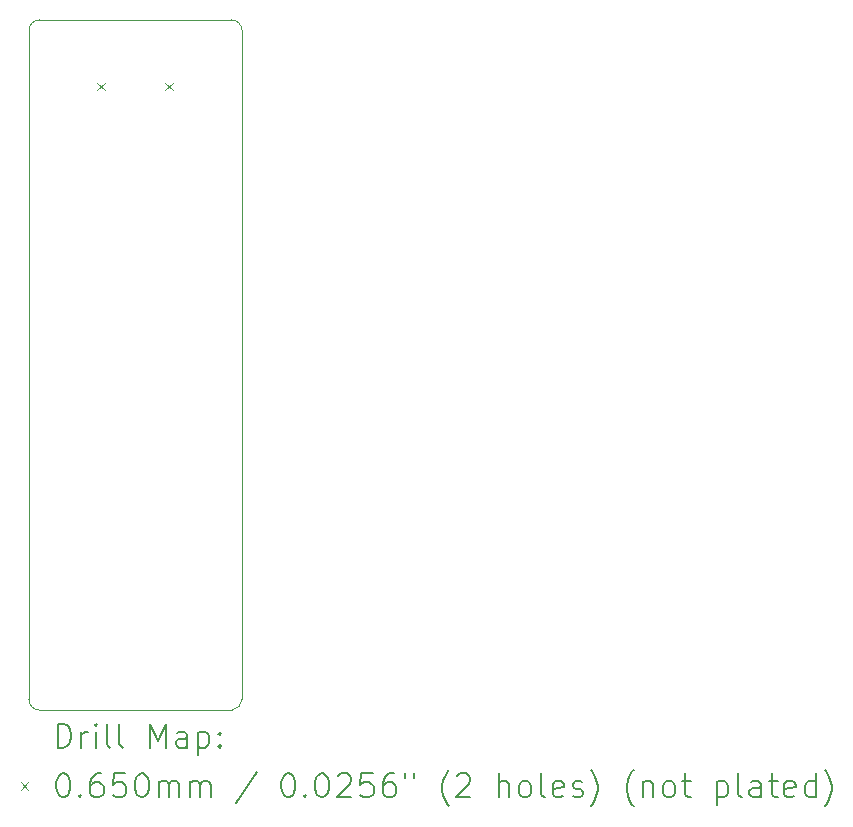
<source format=gbr>
%TF.GenerationSoftware,KiCad,Pcbnew,7.0.1*%
%TF.CreationDate,2023-08-15T21:07:47+02:00*%
%TF.ProjectId,ESP_PROG,4553505f-5052-44f4-972e-6b696361645f,rev?*%
%TF.SameCoordinates,Original*%
%TF.FileFunction,Drillmap*%
%TF.FilePolarity,Positive*%
%FSLAX45Y45*%
G04 Gerber Fmt 4.5, Leading zero omitted, Abs format (unit mm)*
G04 Created by KiCad (PCBNEW 7.0.1) date 2023-08-15 21:07:47*
%MOMM*%
%LPD*%
G01*
G04 APERTURE LIST*
%ADD10C,0.100000*%
%ADD11C,0.200000*%
%ADD12C,0.065000*%
G04 APERTURE END LIST*
D10*
X6096000Y-8649338D02*
G75*
G03*
X6176038Y-8560438I-9350J88898D01*
G01*
X6096000Y-8649338D02*
X4462862Y-8649976D01*
X4462862Y-2806702D02*
G75*
G03*
X4373962Y-2895600I-2J-88898D01*
G01*
X4462862Y-2806700D02*
X6087138Y-2806062D01*
X6176038Y-2894962D02*
G75*
G03*
X6087138Y-2806062I-88898J2D01*
G01*
X4373962Y-8560438D02*
X4373962Y-2895600D01*
X4373966Y-8560438D02*
G75*
G03*
X4462862Y-8649976I88894J-642D01*
G01*
X6176038Y-2894962D02*
X6176038Y-8560438D01*
D11*
D12*
X4949000Y-3339000D02*
X5014000Y-3404000D01*
X5014000Y-3339000D02*
X4949000Y-3404000D01*
X5527000Y-3339000D02*
X5592000Y-3404000D01*
X5592000Y-3339000D02*
X5527000Y-3404000D01*
D11*
X4616581Y-8967500D02*
X4616581Y-8767500D01*
X4616581Y-8767500D02*
X4664200Y-8767500D01*
X4664200Y-8767500D02*
X4692771Y-8777024D01*
X4692771Y-8777024D02*
X4711819Y-8796072D01*
X4711819Y-8796072D02*
X4721343Y-8815119D01*
X4721343Y-8815119D02*
X4730867Y-8853214D01*
X4730867Y-8853214D02*
X4730867Y-8881786D01*
X4730867Y-8881786D02*
X4721343Y-8919881D01*
X4721343Y-8919881D02*
X4711819Y-8938929D01*
X4711819Y-8938929D02*
X4692771Y-8957976D01*
X4692771Y-8957976D02*
X4664200Y-8967500D01*
X4664200Y-8967500D02*
X4616581Y-8967500D01*
X4816581Y-8967500D02*
X4816581Y-8834167D01*
X4816581Y-8872262D02*
X4826105Y-8853214D01*
X4826105Y-8853214D02*
X4835628Y-8843691D01*
X4835628Y-8843691D02*
X4854676Y-8834167D01*
X4854676Y-8834167D02*
X4873724Y-8834167D01*
X4940390Y-8967500D02*
X4940390Y-8834167D01*
X4940390Y-8767500D02*
X4930867Y-8777024D01*
X4930867Y-8777024D02*
X4940390Y-8786548D01*
X4940390Y-8786548D02*
X4949914Y-8777024D01*
X4949914Y-8777024D02*
X4940390Y-8767500D01*
X4940390Y-8767500D02*
X4940390Y-8786548D01*
X5064200Y-8967500D02*
X5045152Y-8957976D01*
X5045152Y-8957976D02*
X5035628Y-8938929D01*
X5035628Y-8938929D02*
X5035628Y-8767500D01*
X5168962Y-8967500D02*
X5149914Y-8957976D01*
X5149914Y-8957976D02*
X5140390Y-8938929D01*
X5140390Y-8938929D02*
X5140390Y-8767500D01*
X5397533Y-8967500D02*
X5397533Y-8767500D01*
X5397533Y-8767500D02*
X5464200Y-8910357D01*
X5464200Y-8910357D02*
X5530867Y-8767500D01*
X5530867Y-8767500D02*
X5530867Y-8967500D01*
X5711819Y-8967500D02*
X5711819Y-8862738D01*
X5711819Y-8862738D02*
X5702295Y-8843691D01*
X5702295Y-8843691D02*
X5683247Y-8834167D01*
X5683247Y-8834167D02*
X5645152Y-8834167D01*
X5645152Y-8834167D02*
X5626105Y-8843691D01*
X5711819Y-8957976D02*
X5692771Y-8967500D01*
X5692771Y-8967500D02*
X5645152Y-8967500D01*
X5645152Y-8967500D02*
X5626105Y-8957976D01*
X5626105Y-8957976D02*
X5616581Y-8938929D01*
X5616581Y-8938929D02*
X5616581Y-8919881D01*
X5616581Y-8919881D02*
X5626105Y-8900834D01*
X5626105Y-8900834D02*
X5645152Y-8891310D01*
X5645152Y-8891310D02*
X5692771Y-8891310D01*
X5692771Y-8891310D02*
X5711819Y-8881786D01*
X5807057Y-8834167D02*
X5807057Y-9034167D01*
X5807057Y-8843691D02*
X5826105Y-8834167D01*
X5826105Y-8834167D02*
X5864200Y-8834167D01*
X5864200Y-8834167D02*
X5883247Y-8843691D01*
X5883247Y-8843691D02*
X5892771Y-8853214D01*
X5892771Y-8853214D02*
X5902295Y-8872262D01*
X5902295Y-8872262D02*
X5902295Y-8929405D01*
X5902295Y-8929405D02*
X5892771Y-8948453D01*
X5892771Y-8948453D02*
X5883247Y-8957976D01*
X5883247Y-8957976D02*
X5864200Y-8967500D01*
X5864200Y-8967500D02*
X5826105Y-8967500D01*
X5826105Y-8967500D02*
X5807057Y-8957976D01*
X5988009Y-8948453D02*
X5997533Y-8957976D01*
X5997533Y-8957976D02*
X5988009Y-8967500D01*
X5988009Y-8967500D02*
X5978486Y-8957976D01*
X5978486Y-8957976D02*
X5988009Y-8948453D01*
X5988009Y-8948453D02*
X5988009Y-8967500D01*
X5988009Y-8843691D02*
X5997533Y-8853214D01*
X5997533Y-8853214D02*
X5988009Y-8862738D01*
X5988009Y-8862738D02*
X5978486Y-8853214D01*
X5978486Y-8853214D02*
X5988009Y-8843691D01*
X5988009Y-8843691D02*
X5988009Y-8862738D01*
D12*
X4303962Y-9262476D02*
X4368962Y-9327476D01*
X4368962Y-9262476D02*
X4303962Y-9327476D01*
D11*
X4654676Y-9187500D02*
X4673724Y-9187500D01*
X4673724Y-9187500D02*
X4692771Y-9197024D01*
X4692771Y-9197024D02*
X4702295Y-9206548D01*
X4702295Y-9206548D02*
X4711819Y-9225595D01*
X4711819Y-9225595D02*
X4721343Y-9263691D01*
X4721343Y-9263691D02*
X4721343Y-9311310D01*
X4721343Y-9311310D02*
X4711819Y-9349405D01*
X4711819Y-9349405D02*
X4702295Y-9368453D01*
X4702295Y-9368453D02*
X4692771Y-9377976D01*
X4692771Y-9377976D02*
X4673724Y-9387500D01*
X4673724Y-9387500D02*
X4654676Y-9387500D01*
X4654676Y-9387500D02*
X4635628Y-9377976D01*
X4635628Y-9377976D02*
X4626105Y-9368453D01*
X4626105Y-9368453D02*
X4616581Y-9349405D01*
X4616581Y-9349405D02*
X4607057Y-9311310D01*
X4607057Y-9311310D02*
X4607057Y-9263691D01*
X4607057Y-9263691D02*
X4616581Y-9225595D01*
X4616581Y-9225595D02*
X4626105Y-9206548D01*
X4626105Y-9206548D02*
X4635628Y-9197024D01*
X4635628Y-9197024D02*
X4654676Y-9187500D01*
X4807057Y-9368453D02*
X4816581Y-9377976D01*
X4816581Y-9377976D02*
X4807057Y-9387500D01*
X4807057Y-9387500D02*
X4797533Y-9377976D01*
X4797533Y-9377976D02*
X4807057Y-9368453D01*
X4807057Y-9368453D02*
X4807057Y-9387500D01*
X4988009Y-9187500D02*
X4949914Y-9187500D01*
X4949914Y-9187500D02*
X4930867Y-9197024D01*
X4930867Y-9197024D02*
X4921343Y-9206548D01*
X4921343Y-9206548D02*
X4902295Y-9235119D01*
X4902295Y-9235119D02*
X4892771Y-9273214D01*
X4892771Y-9273214D02*
X4892771Y-9349405D01*
X4892771Y-9349405D02*
X4902295Y-9368453D01*
X4902295Y-9368453D02*
X4911819Y-9377976D01*
X4911819Y-9377976D02*
X4930867Y-9387500D01*
X4930867Y-9387500D02*
X4968962Y-9387500D01*
X4968962Y-9387500D02*
X4988009Y-9377976D01*
X4988009Y-9377976D02*
X4997533Y-9368453D01*
X4997533Y-9368453D02*
X5007057Y-9349405D01*
X5007057Y-9349405D02*
X5007057Y-9301786D01*
X5007057Y-9301786D02*
X4997533Y-9282738D01*
X4997533Y-9282738D02*
X4988009Y-9273214D01*
X4988009Y-9273214D02*
X4968962Y-9263691D01*
X4968962Y-9263691D02*
X4930867Y-9263691D01*
X4930867Y-9263691D02*
X4911819Y-9273214D01*
X4911819Y-9273214D02*
X4902295Y-9282738D01*
X4902295Y-9282738D02*
X4892771Y-9301786D01*
X5188009Y-9187500D02*
X5092771Y-9187500D01*
X5092771Y-9187500D02*
X5083248Y-9282738D01*
X5083248Y-9282738D02*
X5092771Y-9273214D01*
X5092771Y-9273214D02*
X5111819Y-9263691D01*
X5111819Y-9263691D02*
X5159438Y-9263691D01*
X5159438Y-9263691D02*
X5178486Y-9273214D01*
X5178486Y-9273214D02*
X5188009Y-9282738D01*
X5188009Y-9282738D02*
X5197533Y-9301786D01*
X5197533Y-9301786D02*
X5197533Y-9349405D01*
X5197533Y-9349405D02*
X5188009Y-9368453D01*
X5188009Y-9368453D02*
X5178486Y-9377976D01*
X5178486Y-9377976D02*
X5159438Y-9387500D01*
X5159438Y-9387500D02*
X5111819Y-9387500D01*
X5111819Y-9387500D02*
X5092771Y-9377976D01*
X5092771Y-9377976D02*
X5083248Y-9368453D01*
X5321343Y-9187500D02*
X5340390Y-9187500D01*
X5340390Y-9187500D02*
X5359438Y-9197024D01*
X5359438Y-9197024D02*
X5368962Y-9206548D01*
X5368962Y-9206548D02*
X5378486Y-9225595D01*
X5378486Y-9225595D02*
X5388009Y-9263691D01*
X5388009Y-9263691D02*
X5388009Y-9311310D01*
X5388009Y-9311310D02*
X5378486Y-9349405D01*
X5378486Y-9349405D02*
X5368962Y-9368453D01*
X5368962Y-9368453D02*
X5359438Y-9377976D01*
X5359438Y-9377976D02*
X5340390Y-9387500D01*
X5340390Y-9387500D02*
X5321343Y-9387500D01*
X5321343Y-9387500D02*
X5302295Y-9377976D01*
X5302295Y-9377976D02*
X5292771Y-9368453D01*
X5292771Y-9368453D02*
X5283248Y-9349405D01*
X5283248Y-9349405D02*
X5273724Y-9311310D01*
X5273724Y-9311310D02*
X5273724Y-9263691D01*
X5273724Y-9263691D02*
X5283248Y-9225595D01*
X5283248Y-9225595D02*
X5292771Y-9206548D01*
X5292771Y-9206548D02*
X5302295Y-9197024D01*
X5302295Y-9197024D02*
X5321343Y-9187500D01*
X5473724Y-9387500D02*
X5473724Y-9254167D01*
X5473724Y-9273214D02*
X5483248Y-9263691D01*
X5483248Y-9263691D02*
X5502295Y-9254167D01*
X5502295Y-9254167D02*
X5530867Y-9254167D01*
X5530867Y-9254167D02*
X5549914Y-9263691D01*
X5549914Y-9263691D02*
X5559438Y-9282738D01*
X5559438Y-9282738D02*
X5559438Y-9387500D01*
X5559438Y-9282738D02*
X5568962Y-9263691D01*
X5568962Y-9263691D02*
X5588009Y-9254167D01*
X5588009Y-9254167D02*
X5616581Y-9254167D01*
X5616581Y-9254167D02*
X5635628Y-9263691D01*
X5635628Y-9263691D02*
X5645152Y-9282738D01*
X5645152Y-9282738D02*
X5645152Y-9387500D01*
X5740390Y-9387500D02*
X5740390Y-9254167D01*
X5740390Y-9273214D02*
X5749914Y-9263691D01*
X5749914Y-9263691D02*
X5768962Y-9254167D01*
X5768962Y-9254167D02*
X5797533Y-9254167D01*
X5797533Y-9254167D02*
X5816581Y-9263691D01*
X5816581Y-9263691D02*
X5826105Y-9282738D01*
X5826105Y-9282738D02*
X5826105Y-9387500D01*
X5826105Y-9282738D02*
X5835628Y-9263691D01*
X5835628Y-9263691D02*
X5854676Y-9254167D01*
X5854676Y-9254167D02*
X5883247Y-9254167D01*
X5883247Y-9254167D02*
X5902295Y-9263691D01*
X5902295Y-9263691D02*
X5911819Y-9282738D01*
X5911819Y-9282738D02*
X5911819Y-9387500D01*
X6302295Y-9177976D02*
X6130867Y-9435119D01*
X6559438Y-9187500D02*
X6578486Y-9187500D01*
X6578486Y-9187500D02*
X6597533Y-9197024D01*
X6597533Y-9197024D02*
X6607057Y-9206548D01*
X6607057Y-9206548D02*
X6616581Y-9225595D01*
X6616581Y-9225595D02*
X6626105Y-9263691D01*
X6626105Y-9263691D02*
X6626105Y-9311310D01*
X6626105Y-9311310D02*
X6616581Y-9349405D01*
X6616581Y-9349405D02*
X6607057Y-9368453D01*
X6607057Y-9368453D02*
X6597533Y-9377976D01*
X6597533Y-9377976D02*
X6578486Y-9387500D01*
X6578486Y-9387500D02*
X6559438Y-9387500D01*
X6559438Y-9387500D02*
X6540390Y-9377976D01*
X6540390Y-9377976D02*
X6530867Y-9368453D01*
X6530867Y-9368453D02*
X6521343Y-9349405D01*
X6521343Y-9349405D02*
X6511819Y-9311310D01*
X6511819Y-9311310D02*
X6511819Y-9263691D01*
X6511819Y-9263691D02*
X6521343Y-9225595D01*
X6521343Y-9225595D02*
X6530867Y-9206548D01*
X6530867Y-9206548D02*
X6540390Y-9197024D01*
X6540390Y-9197024D02*
X6559438Y-9187500D01*
X6711819Y-9368453D02*
X6721343Y-9377976D01*
X6721343Y-9377976D02*
X6711819Y-9387500D01*
X6711819Y-9387500D02*
X6702295Y-9377976D01*
X6702295Y-9377976D02*
X6711819Y-9368453D01*
X6711819Y-9368453D02*
X6711819Y-9387500D01*
X6845152Y-9187500D02*
X6864200Y-9187500D01*
X6864200Y-9187500D02*
X6883248Y-9197024D01*
X6883248Y-9197024D02*
X6892771Y-9206548D01*
X6892771Y-9206548D02*
X6902295Y-9225595D01*
X6902295Y-9225595D02*
X6911819Y-9263691D01*
X6911819Y-9263691D02*
X6911819Y-9311310D01*
X6911819Y-9311310D02*
X6902295Y-9349405D01*
X6902295Y-9349405D02*
X6892771Y-9368453D01*
X6892771Y-9368453D02*
X6883248Y-9377976D01*
X6883248Y-9377976D02*
X6864200Y-9387500D01*
X6864200Y-9387500D02*
X6845152Y-9387500D01*
X6845152Y-9387500D02*
X6826105Y-9377976D01*
X6826105Y-9377976D02*
X6816581Y-9368453D01*
X6816581Y-9368453D02*
X6807057Y-9349405D01*
X6807057Y-9349405D02*
X6797533Y-9311310D01*
X6797533Y-9311310D02*
X6797533Y-9263691D01*
X6797533Y-9263691D02*
X6807057Y-9225595D01*
X6807057Y-9225595D02*
X6816581Y-9206548D01*
X6816581Y-9206548D02*
X6826105Y-9197024D01*
X6826105Y-9197024D02*
X6845152Y-9187500D01*
X6988010Y-9206548D02*
X6997533Y-9197024D01*
X6997533Y-9197024D02*
X7016581Y-9187500D01*
X7016581Y-9187500D02*
X7064200Y-9187500D01*
X7064200Y-9187500D02*
X7083248Y-9197024D01*
X7083248Y-9197024D02*
X7092771Y-9206548D01*
X7092771Y-9206548D02*
X7102295Y-9225595D01*
X7102295Y-9225595D02*
X7102295Y-9244643D01*
X7102295Y-9244643D02*
X7092771Y-9273214D01*
X7092771Y-9273214D02*
X6978486Y-9387500D01*
X6978486Y-9387500D02*
X7102295Y-9387500D01*
X7283248Y-9187500D02*
X7188010Y-9187500D01*
X7188010Y-9187500D02*
X7178486Y-9282738D01*
X7178486Y-9282738D02*
X7188010Y-9273214D01*
X7188010Y-9273214D02*
X7207057Y-9263691D01*
X7207057Y-9263691D02*
X7254676Y-9263691D01*
X7254676Y-9263691D02*
X7273724Y-9273214D01*
X7273724Y-9273214D02*
X7283248Y-9282738D01*
X7283248Y-9282738D02*
X7292771Y-9301786D01*
X7292771Y-9301786D02*
X7292771Y-9349405D01*
X7292771Y-9349405D02*
X7283248Y-9368453D01*
X7283248Y-9368453D02*
X7273724Y-9377976D01*
X7273724Y-9377976D02*
X7254676Y-9387500D01*
X7254676Y-9387500D02*
X7207057Y-9387500D01*
X7207057Y-9387500D02*
X7188010Y-9377976D01*
X7188010Y-9377976D02*
X7178486Y-9368453D01*
X7464200Y-9187500D02*
X7426105Y-9187500D01*
X7426105Y-9187500D02*
X7407057Y-9197024D01*
X7407057Y-9197024D02*
X7397533Y-9206548D01*
X7397533Y-9206548D02*
X7378486Y-9235119D01*
X7378486Y-9235119D02*
X7368962Y-9273214D01*
X7368962Y-9273214D02*
X7368962Y-9349405D01*
X7368962Y-9349405D02*
X7378486Y-9368453D01*
X7378486Y-9368453D02*
X7388010Y-9377976D01*
X7388010Y-9377976D02*
X7407057Y-9387500D01*
X7407057Y-9387500D02*
X7445152Y-9387500D01*
X7445152Y-9387500D02*
X7464200Y-9377976D01*
X7464200Y-9377976D02*
X7473724Y-9368453D01*
X7473724Y-9368453D02*
X7483248Y-9349405D01*
X7483248Y-9349405D02*
X7483248Y-9301786D01*
X7483248Y-9301786D02*
X7473724Y-9282738D01*
X7473724Y-9282738D02*
X7464200Y-9273214D01*
X7464200Y-9273214D02*
X7445152Y-9263691D01*
X7445152Y-9263691D02*
X7407057Y-9263691D01*
X7407057Y-9263691D02*
X7388010Y-9273214D01*
X7388010Y-9273214D02*
X7378486Y-9282738D01*
X7378486Y-9282738D02*
X7368962Y-9301786D01*
X7559438Y-9187500D02*
X7559438Y-9225595D01*
X7635629Y-9187500D02*
X7635629Y-9225595D01*
X7930867Y-9463691D02*
X7921343Y-9454167D01*
X7921343Y-9454167D02*
X7902295Y-9425595D01*
X7902295Y-9425595D02*
X7892772Y-9406548D01*
X7892772Y-9406548D02*
X7883248Y-9377976D01*
X7883248Y-9377976D02*
X7873724Y-9330357D01*
X7873724Y-9330357D02*
X7873724Y-9292262D01*
X7873724Y-9292262D02*
X7883248Y-9244643D01*
X7883248Y-9244643D02*
X7892772Y-9216072D01*
X7892772Y-9216072D02*
X7902295Y-9197024D01*
X7902295Y-9197024D02*
X7921343Y-9168453D01*
X7921343Y-9168453D02*
X7930867Y-9158929D01*
X7997533Y-9206548D02*
X8007057Y-9197024D01*
X8007057Y-9197024D02*
X8026105Y-9187500D01*
X8026105Y-9187500D02*
X8073724Y-9187500D01*
X8073724Y-9187500D02*
X8092772Y-9197024D01*
X8092772Y-9197024D02*
X8102295Y-9206548D01*
X8102295Y-9206548D02*
X8111819Y-9225595D01*
X8111819Y-9225595D02*
X8111819Y-9244643D01*
X8111819Y-9244643D02*
X8102295Y-9273214D01*
X8102295Y-9273214D02*
X7988010Y-9387500D01*
X7988010Y-9387500D02*
X8111819Y-9387500D01*
X8349914Y-9387500D02*
X8349914Y-9187500D01*
X8435629Y-9387500D02*
X8435629Y-9282738D01*
X8435629Y-9282738D02*
X8426105Y-9263691D01*
X8426105Y-9263691D02*
X8407057Y-9254167D01*
X8407057Y-9254167D02*
X8378486Y-9254167D01*
X8378486Y-9254167D02*
X8359438Y-9263691D01*
X8359438Y-9263691D02*
X8349914Y-9273214D01*
X8559438Y-9387500D02*
X8540391Y-9377976D01*
X8540391Y-9377976D02*
X8530867Y-9368453D01*
X8530867Y-9368453D02*
X8521343Y-9349405D01*
X8521343Y-9349405D02*
X8521343Y-9292262D01*
X8521343Y-9292262D02*
X8530867Y-9273214D01*
X8530867Y-9273214D02*
X8540391Y-9263691D01*
X8540391Y-9263691D02*
X8559438Y-9254167D01*
X8559438Y-9254167D02*
X8588010Y-9254167D01*
X8588010Y-9254167D02*
X8607057Y-9263691D01*
X8607057Y-9263691D02*
X8616581Y-9273214D01*
X8616581Y-9273214D02*
X8626105Y-9292262D01*
X8626105Y-9292262D02*
X8626105Y-9349405D01*
X8626105Y-9349405D02*
X8616581Y-9368453D01*
X8616581Y-9368453D02*
X8607057Y-9377976D01*
X8607057Y-9377976D02*
X8588010Y-9387500D01*
X8588010Y-9387500D02*
X8559438Y-9387500D01*
X8740391Y-9387500D02*
X8721343Y-9377976D01*
X8721343Y-9377976D02*
X8711819Y-9358929D01*
X8711819Y-9358929D02*
X8711819Y-9187500D01*
X8892772Y-9377976D02*
X8873724Y-9387500D01*
X8873724Y-9387500D02*
X8835629Y-9387500D01*
X8835629Y-9387500D02*
X8816581Y-9377976D01*
X8816581Y-9377976D02*
X8807057Y-9358929D01*
X8807057Y-9358929D02*
X8807057Y-9282738D01*
X8807057Y-9282738D02*
X8816581Y-9263691D01*
X8816581Y-9263691D02*
X8835629Y-9254167D01*
X8835629Y-9254167D02*
X8873724Y-9254167D01*
X8873724Y-9254167D02*
X8892772Y-9263691D01*
X8892772Y-9263691D02*
X8902296Y-9282738D01*
X8902296Y-9282738D02*
X8902296Y-9301786D01*
X8902296Y-9301786D02*
X8807057Y-9320834D01*
X8978486Y-9377976D02*
X8997534Y-9387500D01*
X8997534Y-9387500D02*
X9035629Y-9387500D01*
X9035629Y-9387500D02*
X9054677Y-9377976D01*
X9054677Y-9377976D02*
X9064200Y-9358929D01*
X9064200Y-9358929D02*
X9064200Y-9349405D01*
X9064200Y-9349405D02*
X9054677Y-9330357D01*
X9054677Y-9330357D02*
X9035629Y-9320834D01*
X9035629Y-9320834D02*
X9007057Y-9320834D01*
X9007057Y-9320834D02*
X8988010Y-9311310D01*
X8988010Y-9311310D02*
X8978486Y-9292262D01*
X8978486Y-9292262D02*
X8978486Y-9282738D01*
X8978486Y-9282738D02*
X8988010Y-9263691D01*
X8988010Y-9263691D02*
X9007057Y-9254167D01*
X9007057Y-9254167D02*
X9035629Y-9254167D01*
X9035629Y-9254167D02*
X9054677Y-9263691D01*
X9130867Y-9463691D02*
X9140391Y-9454167D01*
X9140391Y-9454167D02*
X9159438Y-9425595D01*
X9159438Y-9425595D02*
X9168962Y-9406548D01*
X9168962Y-9406548D02*
X9178486Y-9377976D01*
X9178486Y-9377976D02*
X9188010Y-9330357D01*
X9188010Y-9330357D02*
X9188010Y-9292262D01*
X9188010Y-9292262D02*
X9178486Y-9244643D01*
X9178486Y-9244643D02*
X9168962Y-9216072D01*
X9168962Y-9216072D02*
X9159438Y-9197024D01*
X9159438Y-9197024D02*
X9140391Y-9168453D01*
X9140391Y-9168453D02*
X9130867Y-9158929D01*
X9492772Y-9463691D02*
X9483248Y-9454167D01*
X9483248Y-9454167D02*
X9464200Y-9425595D01*
X9464200Y-9425595D02*
X9454677Y-9406548D01*
X9454677Y-9406548D02*
X9445153Y-9377976D01*
X9445153Y-9377976D02*
X9435629Y-9330357D01*
X9435629Y-9330357D02*
X9435629Y-9292262D01*
X9435629Y-9292262D02*
X9445153Y-9244643D01*
X9445153Y-9244643D02*
X9454677Y-9216072D01*
X9454677Y-9216072D02*
X9464200Y-9197024D01*
X9464200Y-9197024D02*
X9483248Y-9168453D01*
X9483248Y-9168453D02*
X9492772Y-9158929D01*
X9568962Y-9254167D02*
X9568962Y-9387500D01*
X9568962Y-9273214D02*
X9578486Y-9263691D01*
X9578486Y-9263691D02*
X9597534Y-9254167D01*
X9597534Y-9254167D02*
X9626105Y-9254167D01*
X9626105Y-9254167D02*
X9645153Y-9263691D01*
X9645153Y-9263691D02*
X9654677Y-9282738D01*
X9654677Y-9282738D02*
X9654677Y-9387500D01*
X9778486Y-9387500D02*
X9759438Y-9377976D01*
X9759438Y-9377976D02*
X9749915Y-9368453D01*
X9749915Y-9368453D02*
X9740391Y-9349405D01*
X9740391Y-9349405D02*
X9740391Y-9292262D01*
X9740391Y-9292262D02*
X9749915Y-9273214D01*
X9749915Y-9273214D02*
X9759438Y-9263691D01*
X9759438Y-9263691D02*
X9778486Y-9254167D01*
X9778486Y-9254167D02*
X9807058Y-9254167D01*
X9807058Y-9254167D02*
X9826105Y-9263691D01*
X9826105Y-9263691D02*
X9835629Y-9273214D01*
X9835629Y-9273214D02*
X9845153Y-9292262D01*
X9845153Y-9292262D02*
X9845153Y-9349405D01*
X9845153Y-9349405D02*
X9835629Y-9368453D01*
X9835629Y-9368453D02*
X9826105Y-9377976D01*
X9826105Y-9377976D02*
X9807058Y-9387500D01*
X9807058Y-9387500D02*
X9778486Y-9387500D01*
X9902296Y-9254167D02*
X9978486Y-9254167D01*
X9930867Y-9187500D02*
X9930867Y-9358929D01*
X9930867Y-9358929D02*
X9940391Y-9377976D01*
X9940391Y-9377976D02*
X9959438Y-9387500D01*
X9959438Y-9387500D02*
X9978486Y-9387500D01*
X10197534Y-9254167D02*
X10197534Y-9454167D01*
X10197534Y-9263691D02*
X10216581Y-9254167D01*
X10216581Y-9254167D02*
X10254677Y-9254167D01*
X10254677Y-9254167D02*
X10273724Y-9263691D01*
X10273724Y-9263691D02*
X10283248Y-9273214D01*
X10283248Y-9273214D02*
X10292772Y-9292262D01*
X10292772Y-9292262D02*
X10292772Y-9349405D01*
X10292772Y-9349405D02*
X10283248Y-9368453D01*
X10283248Y-9368453D02*
X10273724Y-9377976D01*
X10273724Y-9377976D02*
X10254677Y-9387500D01*
X10254677Y-9387500D02*
X10216581Y-9387500D01*
X10216581Y-9387500D02*
X10197534Y-9377976D01*
X10407058Y-9387500D02*
X10388010Y-9377976D01*
X10388010Y-9377976D02*
X10378486Y-9358929D01*
X10378486Y-9358929D02*
X10378486Y-9187500D01*
X10568962Y-9387500D02*
X10568962Y-9282738D01*
X10568962Y-9282738D02*
X10559439Y-9263691D01*
X10559439Y-9263691D02*
X10540391Y-9254167D01*
X10540391Y-9254167D02*
X10502296Y-9254167D01*
X10502296Y-9254167D02*
X10483248Y-9263691D01*
X10568962Y-9377976D02*
X10549915Y-9387500D01*
X10549915Y-9387500D02*
X10502296Y-9387500D01*
X10502296Y-9387500D02*
X10483248Y-9377976D01*
X10483248Y-9377976D02*
X10473724Y-9358929D01*
X10473724Y-9358929D02*
X10473724Y-9339881D01*
X10473724Y-9339881D02*
X10483248Y-9320834D01*
X10483248Y-9320834D02*
X10502296Y-9311310D01*
X10502296Y-9311310D02*
X10549915Y-9311310D01*
X10549915Y-9311310D02*
X10568962Y-9301786D01*
X10635629Y-9254167D02*
X10711819Y-9254167D01*
X10664200Y-9187500D02*
X10664200Y-9358929D01*
X10664200Y-9358929D02*
X10673724Y-9377976D01*
X10673724Y-9377976D02*
X10692772Y-9387500D01*
X10692772Y-9387500D02*
X10711819Y-9387500D01*
X10854677Y-9377976D02*
X10835629Y-9387500D01*
X10835629Y-9387500D02*
X10797534Y-9387500D01*
X10797534Y-9387500D02*
X10778486Y-9377976D01*
X10778486Y-9377976D02*
X10768962Y-9358929D01*
X10768962Y-9358929D02*
X10768962Y-9282738D01*
X10768962Y-9282738D02*
X10778486Y-9263691D01*
X10778486Y-9263691D02*
X10797534Y-9254167D01*
X10797534Y-9254167D02*
X10835629Y-9254167D01*
X10835629Y-9254167D02*
X10854677Y-9263691D01*
X10854677Y-9263691D02*
X10864200Y-9282738D01*
X10864200Y-9282738D02*
X10864200Y-9301786D01*
X10864200Y-9301786D02*
X10768962Y-9320834D01*
X11035629Y-9387500D02*
X11035629Y-9187500D01*
X11035629Y-9377976D02*
X11016581Y-9387500D01*
X11016581Y-9387500D02*
X10978486Y-9387500D01*
X10978486Y-9387500D02*
X10959439Y-9377976D01*
X10959439Y-9377976D02*
X10949915Y-9368453D01*
X10949915Y-9368453D02*
X10940391Y-9349405D01*
X10940391Y-9349405D02*
X10940391Y-9292262D01*
X10940391Y-9292262D02*
X10949915Y-9273214D01*
X10949915Y-9273214D02*
X10959439Y-9263691D01*
X10959439Y-9263691D02*
X10978486Y-9254167D01*
X10978486Y-9254167D02*
X11016581Y-9254167D01*
X11016581Y-9254167D02*
X11035629Y-9263691D01*
X11111820Y-9463691D02*
X11121343Y-9454167D01*
X11121343Y-9454167D02*
X11140391Y-9425595D01*
X11140391Y-9425595D02*
X11149915Y-9406548D01*
X11149915Y-9406548D02*
X11159439Y-9377976D01*
X11159439Y-9377976D02*
X11168962Y-9330357D01*
X11168962Y-9330357D02*
X11168962Y-9292262D01*
X11168962Y-9292262D02*
X11159439Y-9244643D01*
X11159439Y-9244643D02*
X11149915Y-9216072D01*
X11149915Y-9216072D02*
X11140391Y-9197024D01*
X11140391Y-9197024D02*
X11121343Y-9168453D01*
X11121343Y-9168453D02*
X11111820Y-9158929D01*
M02*

</source>
